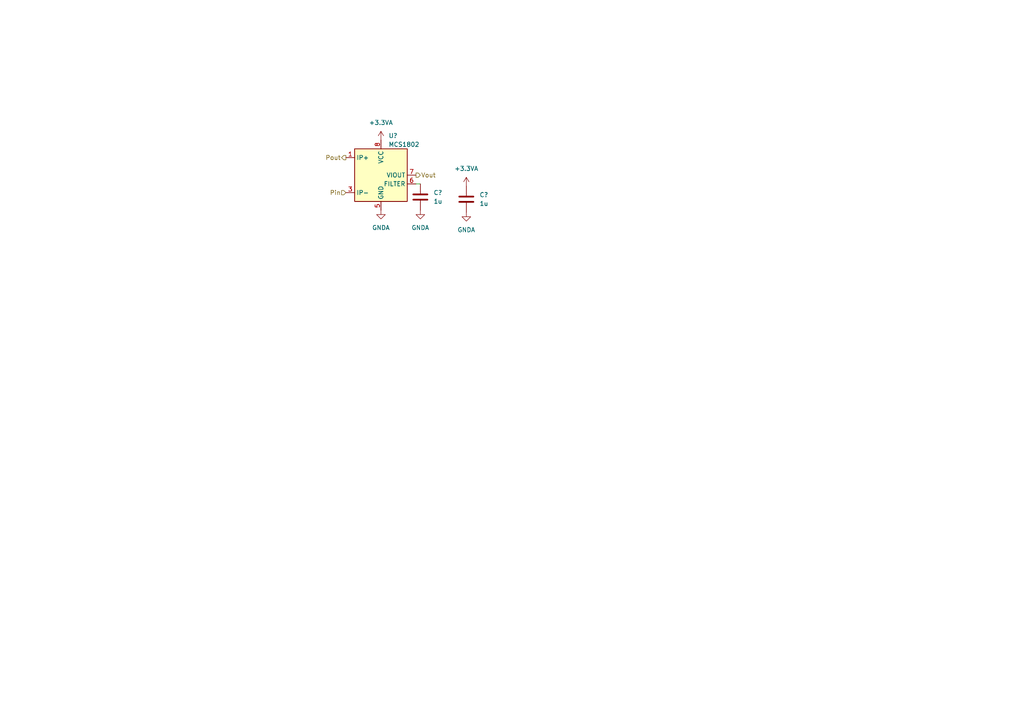
<source format=kicad_sch>
(kicad_sch (version 20230121) (generator eeschema)
  (paper "A4")
  (lib_symbols
    (symbol "Device:C" (pin_numbers hide) (pin_names (offset 0.254))
      (property "Reference" "C" (at 0.635 2.54 0))
      (property "Value" "C" (at 0.635 -2.54 0))
      (symbol "C_0_1"
        (polyline (pts (xy -2.032 -0.762) (xy 2.032 -0.762)) (stroke (width 0.508)))
        (polyline (pts (xy -2.032 0.762) (xy 2.032 0.762)) (stroke (width 0.508)))
      )
      (symbol "C_1_1"
        (pin passive line (at 0 3.81 270) (length 2.794) (name "~") (number "1"))
        (pin passive line (at 0 -3.81 90) (length 2.794) (name "~") (number "2"))
      )
    )
    (symbol "Sensor_Current:ACS725xLCTR-50AB"
      (property "Reference" "U" (at 2.54 11.43 0))
      (property "Value" "ACS725xLCTR-50AB" (at 2.54 8.89 0))
      (symbol "ACS725xLCTR-50AB_0_1"
        (rectangle (start -7.62 7.62) (end 7.62 -7.62) (stroke (width 0.254)) (fill (type background)))
      )
      (symbol "ACS725xLCTR-50AB_1_1"
        (pin passive line (at -10.16 5.08 0) (length 2.54) (name "IP+") (number "1"))
        (pin passive line (at -10.16 5.08 0) (length 2.54) hide (name "IP+") (number "2"))
        (pin passive line (at -10.16 -5.08 0) (length 2.54) (name "IP-") (number "3"))
        (pin passive line (at -10.16 -5.08 0) (length 2.54) hide (name "IP-") (number "4"))
        (pin power_in line (at 0 -10.16 90) (length 2.54) (name "GND") (number "5"))
        (pin passive line (at 10.16 -2.54 180) (length 2.54) (name "FILTER") (number "6"))
        (pin output line (at 10.16 0 180) (length 2.54) (name "VIOUT") (number "7"))
        (pin power_in line (at 0 10.16 270) (length 2.54) (name "VCC") (number "8"))
      )
    )
    (symbol "power:+3.3VA" (power) (pin_names (offset 0))
      (property "Value" "+3.3VA" (at 0 3.556 0))
      (symbol "+3.3VA_0_1"
        (polyline (pts (xy -0.762 1.27) (xy 0 2.54)))
        (polyline (pts (xy 0 0) (xy 0 2.54)))
        (polyline (pts (xy 0 2.54) (xy 0.762 1.27)))
      )
      (symbol "+3.3VA_1_1"
        (pin power_in line (at 0 0 90) (length 0) hide (name "+3.3VA") (number "1"))
      )
    )
    (symbol "power:GNDA" (power) (pin_names (offset 0))
      (property "Value" "GNDA" (at 0 -3.81 0))
      (symbol "GNDA_0_1"
        (polyline (pts (xy 0 0) (xy 0 -1.27) (xy 1.27 -1.27) (xy 0 -2.54) (xy -1.27 -1.27) (xy 0 -1.27)))
      )
      (symbol "GNDA_1_1"
        (pin power_in line (at 0 0 270) (length 0) hide (name "GNDA") (number "1"))
      )
    )
  )
  (wire (pts (xy 121.92 53.34) (xy 120.65 53.34)))
  (hierarchical_label "Pout" (shape output) (at 100.33 45.72 180))
  (hierarchical_label "Vout" (shape output) (at 120.65 50.8 0))
  (hierarchical_label "Pin" (shape input) (at 100.33 55.88 180))
  (symbol (lib_id "power:+3.3VA") (at 135.255 53.975 0) (unit 1)
    (property "Reference" "#PWR?" (effects hide))
    (property "Value" "+3.3VA" (at 135.255 48.895 0))
    (instances (project "speedomobile-powerstage" (path "" (reference "#PWR?") (unit 1)) (path "" (reference "#PWR0126") (unit 1)) (path "" (reference "#PWR0116") (unit 1)) (path "" (reference "#PWR0121") (unit 1))))
  )
  (symbol (lib_id "power:+3.3VA") (at 110.49 40.64 0) (unit 1)
    (property "Reference" "#PWR?" (effects hide))
    (property "Value" "+3.3VA" (at 110.49 35.56 0))
    (instances (project "speedomobile-powerstage" (path "" (reference "#PWR?") (unit 1)) (path "" (reference "#PWR0123") (unit 1)) (path "" (reference "#PWR0113") (unit 1)) (path "" (reference "#PWR0118") (unit 1))))
  )
  (symbol (lib_id "Device:C") (at 135.255 57.785 0) (unit 1)
    (property "Reference" "C?" (at 139.065 56.515 0) (effects (justify left)))
    (property "Value" "1u" (at 139.065 59.055 0) (effects (justify left)))
    (property "Footprint" "Capacitor_SMD:C_1206_3216Metric" (effects hide))
    (property "mouser" " 187-CL31B105KBHNFNE " (effects hide))
    (instances (project "speedomobile-powerstage" (path "" (reference "C?") (unit 1)) (path "" (reference "C18") (unit 1)) (path "" (reference "C14") (unit 1)) (path "" (reference "C16") (unit 1))))
  )
  (symbol (lib_id "Sensor_Current:ACS725xLCTR-50AB") (at 110.49 50.8 0) (unit 1)
    (property "Reference" "U?" (at 112.6841 39.37 0) (effects (justify left)))
    (property "Value" "MCS1802" (at 112.6841 41.91 0) (effects (justify left)))
    (property "Footprint" "Package_SO:SOIC-8_3.9x4.9mm_P1.27mm" (effects hide))
    (property "Datasheet" "https://www.mouser.fr/datasheet/2/277/MCS1802-2945401.pdf" (effects hide))
    (property "mouser" " 946-MCS1802GS-20-Z " (effects hide))
    (instances (project "speedomobile-powerstage" (path "" (reference "U?") (unit 1)) (path "" (reference "U?") (unit 1)) (path "" (reference "U10") (unit 1)) (path "" (reference "U8") (unit 1)) (path "" (reference "U9") (unit 1))))
  )
  (symbol (lib_id "Device:C") (at 121.92 57.15 0) (unit 1)
    (property "Reference" "C?" (at 125.73 55.88 0) (effects (justify left)))
    (property "Value" "1u" (at 125.73 58.42 0) (effects (justify left)))
    (property "Footprint" "Capacitor_SMD:C_1206_3216Metric" (effects hide))
    (property "mouser" " 187-CL31B105KBHNFNE " (effects hide))
    (instances (project "speedomobile-powerstage" (path "" (reference "C?") (unit 1)) (path "" (reference "C17") (unit 1)) (path "" (reference "C13") (unit 1)) (path "" (reference "C15") (unit 1))))
  )
  (symbol (lib_id "power:GNDA") (at 110.49 60.96 0) (unit 1)
    (property "Reference" "#PWR0124" (effects hide))
    (property "Value" "GNDA" (at 110.49 66.04 0))
    (instances (project "speedomobile-powerstage" (path "" (reference "#PWR0124") (unit 1)) (path "" (reference "#PWR0114") (unit 1)) (path "" (reference "#PWR0119") (unit 1))))
  )
  (symbol (lib_id "power:GNDA") (at 135.255 61.595 0) (unit 1)
    (property "Reference" "#PWR0127" (effects hide))
    (property "Value" "GNDA" (at 135.255 66.675 0))
    (instances (project "speedomobile-powerstage" (path "" (reference "#PWR0127") (unit 1)) (path "" (reference "#PWR0117") (unit 1)) (path "" (reference "#PWR0122") (unit 1))))
  )
  (symbol (lib_id "power:GNDA") (at 121.92 60.96 0) (unit 1)
    (property "Reference" "#PWR0125" (effects hide))
    (property "Value" "GNDA" (at 121.92 66.04 0))
    (instances (project "speedomobile-powerstage" (path "" (reference "#PWR0125") (unit 1)) (path "" (reference "#PWR0115") (unit 1)) (path "" (reference "#PWR0120") (unit 1))))
  )
)
</source>
